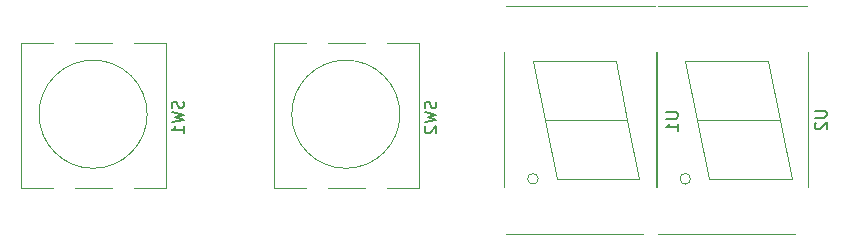
<source format=gbr>
%TF.GenerationSoftware,KiCad,Pcbnew,7.0.1*%
%TF.CreationDate,2025-03-04T19:41:26-05:00*%
%TF.ProjectId,front_panel,66726f6e-745f-4706-916e-656c2e6b6963,rev?*%
%TF.SameCoordinates,Original*%
%TF.FileFunction,Legend,Bot*%
%TF.FilePolarity,Positive*%
%FSLAX46Y46*%
G04 Gerber Fmt 4.6, Leading zero omitted, Abs format (unit mm)*
G04 Created by KiCad (PCBNEW 7.0.1) date 2025-03-04 19:41:26*
%MOMM*%
%LPD*%
G01*
G04 APERTURE LIST*
%ADD10C,0.150000*%
%ADD11C,0.120000*%
G04 APERTURE END LIST*
D10*
%TO.C,SW2*%
X99075000Y-48586667D02*
X99122619Y-48729524D01*
X99122619Y-48729524D02*
X99122619Y-48967619D01*
X99122619Y-48967619D02*
X99075000Y-49062857D01*
X99075000Y-49062857D02*
X99027380Y-49110476D01*
X99027380Y-49110476D02*
X98932142Y-49158095D01*
X98932142Y-49158095D02*
X98836904Y-49158095D01*
X98836904Y-49158095D02*
X98741666Y-49110476D01*
X98741666Y-49110476D02*
X98694047Y-49062857D01*
X98694047Y-49062857D02*
X98646428Y-48967619D01*
X98646428Y-48967619D02*
X98598809Y-48777143D01*
X98598809Y-48777143D02*
X98551190Y-48681905D01*
X98551190Y-48681905D02*
X98503571Y-48634286D01*
X98503571Y-48634286D02*
X98408333Y-48586667D01*
X98408333Y-48586667D02*
X98313095Y-48586667D01*
X98313095Y-48586667D02*
X98217857Y-48634286D01*
X98217857Y-48634286D02*
X98170238Y-48681905D01*
X98170238Y-48681905D02*
X98122619Y-48777143D01*
X98122619Y-48777143D02*
X98122619Y-49015238D01*
X98122619Y-49015238D02*
X98170238Y-49158095D01*
X98122619Y-49491429D02*
X99122619Y-49729524D01*
X99122619Y-49729524D02*
X98408333Y-49920000D01*
X98408333Y-49920000D02*
X99122619Y-50110476D01*
X99122619Y-50110476D02*
X98122619Y-50348572D01*
X98217857Y-50681905D02*
X98170238Y-50729524D01*
X98170238Y-50729524D02*
X98122619Y-50824762D01*
X98122619Y-50824762D02*
X98122619Y-51062857D01*
X98122619Y-51062857D02*
X98170238Y-51158095D01*
X98170238Y-51158095D02*
X98217857Y-51205714D01*
X98217857Y-51205714D02*
X98313095Y-51253333D01*
X98313095Y-51253333D02*
X98408333Y-51253333D01*
X98408333Y-51253333D02*
X98551190Y-51205714D01*
X98551190Y-51205714D02*
X99122619Y-50634286D01*
X99122619Y-50634286D02*
X99122619Y-51253333D01*
%TO.C,U1*%
X118568619Y-49458095D02*
X119378142Y-49458095D01*
X119378142Y-49458095D02*
X119473380Y-49505714D01*
X119473380Y-49505714D02*
X119521000Y-49553333D01*
X119521000Y-49553333D02*
X119568619Y-49648571D01*
X119568619Y-49648571D02*
X119568619Y-49839047D01*
X119568619Y-49839047D02*
X119521000Y-49934285D01*
X119521000Y-49934285D02*
X119473380Y-49981904D01*
X119473380Y-49981904D02*
X119378142Y-50029523D01*
X119378142Y-50029523D02*
X118568619Y-50029523D01*
X119568619Y-51029523D02*
X119568619Y-50458095D01*
X119568619Y-50743809D02*
X118568619Y-50743809D01*
X118568619Y-50743809D02*
X118711476Y-50648571D01*
X118711476Y-50648571D02*
X118806714Y-50553333D01*
X118806714Y-50553333D02*
X118854333Y-50458095D01*
%TO.C,U2*%
X131162619Y-49358095D02*
X131972142Y-49358095D01*
X131972142Y-49358095D02*
X132067380Y-49405714D01*
X132067380Y-49405714D02*
X132115000Y-49453333D01*
X132115000Y-49453333D02*
X132162619Y-49548571D01*
X132162619Y-49548571D02*
X132162619Y-49739047D01*
X132162619Y-49739047D02*
X132115000Y-49834285D01*
X132115000Y-49834285D02*
X132067380Y-49881904D01*
X132067380Y-49881904D02*
X131972142Y-49929523D01*
X131972142Y-49929523D02*
X131162619Y-49929523D01*
X131257857Y-50358095D02*
X131210238Y-50405714D01*
X131210238Y-50405714D02*
X131162619Y-50500952D01*
X131162619Y-50500952D02*
X131162619Y-50739047D01*
X131162619Y-50739047D02*
X131210238Y-50834285D01*
X131210238Y-50834285D02*
X131257857Y-50881904D01*
X131257857Y-50881904D02*
X131353095Y-50929523D01*
X131353095Y-50929523D02*
X131448333Y-50929523D01*
X131448333Y-50929523D02*
X131591190Y-50881904D01*
X131591190Y-50881904D02*
X132162619Y-50310476D01*
X132162619Y-50310476D02*
X132162619Y-50929523D01*
%TO.C,SW1*%
X77675000Y-48586667D02*
X77722619Y-48729524D01*
X77722619Y-48729524D02*
X77722619Y-48967619D01*
X77722619Y-48967619D02*
X77675000Y-49062857D01*
X77675000Y-49062857D02*
X77627380Y-49110476D01*
X77627380Y-49110476D02*
X77532142Y-49158095D01*
X77532142Y-49158095D02*
X77436904Y-49158095D01*
X77436904Y-49158095D02*
X77341666Y-49110476D01*
X77341666Y-49110476D02*
X77294047Y-49062857D01*
X77294047Y-49062857D02*
X77246428Y-48967619D01*
X77246428Y-48967619D02*
X77198809Y-48777143D01*
X77198809Y-48777143D02*
X77151190Y-48681905D01*
X77151190Y-48681905D02*
X77103571Y-48634286D01*
X77103571Y-48634286D02*
X77008333Y-48586667D01*
X77008333Y-48586667D02*
X76913095Y-48586667D01*
X76913095Y-48586667D02*
X76817857Y-48634286D01*
X76817857Y-48634286D02*
X76770238Y-48681905D01*
X76770238Y-48681905D02*
X76722619Y-48777143D01*
X76722619Y-48777143D02*
X76722619Y-49015238D01*
X76722619Y-49015238D02*
X76770238Y-49158095D01*
X76722619Y-49491429D02*
X77722619Y-49729524D01*
X77722619Y-49729524D02*
X77008333Y-49920000D01*
X77008333Y-49920000D02*
X77722619Y-50110476D01*
X77722619Y-50110476D02*
X76722619Y-50348572D01*
X77722619Y-51253333D02*
X77722619Y-50681905D01*
X77722619Y-50967619D02*
X76722619Y-50967619D01*
X76722619Y-50967619D02*
X76865476Y-50872381D01*
X76865476Y-50872381D02*
X76960714Y-50777143D01*
X76960714Y-50777143D02*
X77008333Y-50681905D01*
D11*
%TO.C,SW2*%
X85350000Y-55900000D02*
X88070000Y-55900000D01*
X89930000Y-55900000D02*
X93070000Y-55900000D01*
X94930000Y-55900000D02*
X97650000Y-55900000D01*
X97650000Y-55900000D02*
X97650000Y-43600000D01*
X85350000Y-43600000D02*
X85350000Y-55900000D01*
X88070000Y-43600000D02*
X85350000Y-43600000D01*
X93070000Y-43600000D02*
X89930000Y-43600000D01*
X97650000Y-43600000D02*
X94930000Y-43600000D01*
X96039050Y-49650000D02*
G75*
G03*
X96039050Y-49650000I-4579050J0D01*
G01*
%TO.C,U1*%
X107747214Y-55120000D02*
G75*
G03*
X107747214Y-55120000I-447214J0D01*
G01*
X105000000Y-40485000D02*
X117600000Y-40485000D01*
X114300000Y-45120000D02*
X107300000Y-45120000D01*
X114300000Y-45120000D02*
X115300000Y-50120000D01*
X107300000Y-45120000D02*
X108300000Y-50120000D01*
X115300000Y-50120000D02*
X116300000Y-55120000D01*
X108300000Y-50120000D02*
X115300000Y-50120000D01*
X116300000Y-55120000D02*
X109300000Y-55120000D01*
X109300000Y-55120000D02*
X108300000Y-50120000D01*
X117710000Y-55835000D02*
X117710000Y-44405000D01*
X104890000Y-55835000D02*
X104890000Y-44405000D01*
X116600000Y-59755000D02*
X105000000Y-59755000D01*
%TO.C,U2*%
X129500000Y-59755000D02*
X117900000Y-59755000D01*
X117790000Y-55835000D02*
X117790000Y-44405000D01*
X130610000Y-55835000D02*
X130610000Y-44405000D01*
X122200000Y-55120000D02*
X121200000Y-50120000D01*
X129200000Y-55120000D02*
X122200000Y-55120000D01*
X121200000Y-50120000D02*
X128200000Y-50120000D01*
X128200000Y-50120000D02*
X129200000Y-55120000D01*
X120200000Y-45120000D02*
X121200000Y-50120000D01*
X127200000Y-45120000D02*
X128200000Y-50120000D01*
X127200000Y-45120000D02*
X120200000Y-45120000D01*
X117900000Y-40485000D02*
X130500000Y-40485000D01*
X120647214Y-55120000D02*
G75*
G03*
X120647214Y-55120000I-447214J0D01*
G01*
%TO.C,SW1*%
X63950000Y-55900000D02*
X66670000Y-55900000D01*
X68530000Y-55900000D02*
X71670000Y-55900000D01*
X73530000Y-55900000D02*
X76250000Y-55900000D01*
X76250000Y-55900000D02*
X76250000Y-43600000D01*
X63950000Y-43600000D02*
X63950000Y-55900000D01*
X66670000Y-43600000D02*
X63950000Y-43600000D01*
X71670000Y-43600000D02*
X68530000Y-43600000D01*
X76250000Y-43600000D02*
X73530000Y-43600000D01*
X74639050Y-49650000D02*
G75*
G03*
X74639050Y-49650000I-4579050J0D01*
G01*
%TD*%
M02*

</source>
